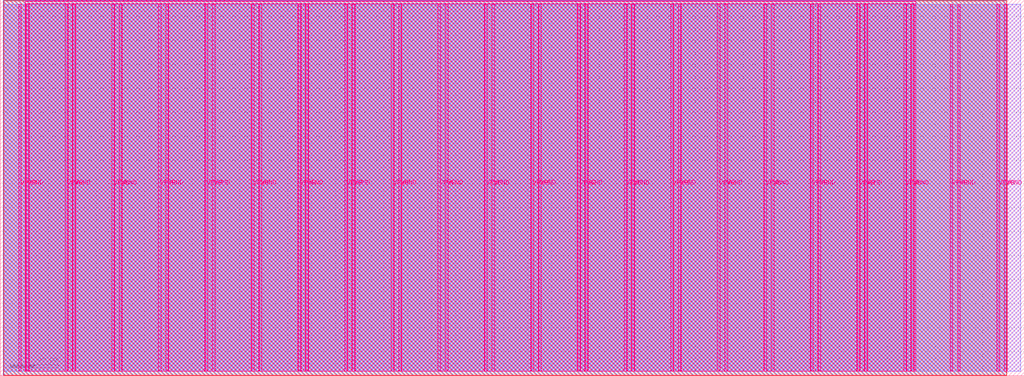
<source format=lef>
VERSION 5.7 ;
  NOWIREEXTENSIONATPIN ON ;
  DIVIDERCHAR "/" ;
  BUSBITCHARS "[]" ;
MACRO tt_um_emmk_riscv
  CLASS BLOCK ;
  FOREIGN tt_um_emmk_riscv ;
  ORIGIN 0.000 0.000 ;
  SIZE 854.400 BY 313.740 ;
  PIN VGND
    DIRECTION INOUT ;
    USE GROUND ;
    PORT
      LAYER Metal5 ;
        RECT 21.580 3.560 23.780 310.180 ;
    END
    PORT
      LAYER Metal5 ;
        RECT 60.450 3.560 62.650 310.180 ;
    END
    PORT
      LAYER Metal5 ;
        RECT 99.320 3.560 101.520 310.180 ;
    END
    PORT
      LAYER Metal5 ;
        RECT 138.190 3.560 140.390 310.180 ;
    END
    PORT
      LAYER Metal5 ;
        RECT 177.060 3.560 179.260 310.180 ;
    END
    PORT
      LAYER Metal5 ;
        RECT 215.930 3.560 218.130 310.180 ;
    END
    PORT
      LAYER Metal5 ;
        RECT 254.800 3.560 257.000 310.180 ;
    END
    PORT
      LAYER Metal5 ;
        RECT 293.670 3.560 295.870 310.180 ;
    END
    PORT
      LAYER Metal5 ;
        RECT 332.540 3.560 334.740 310.180 ;
    END
    PORT
      LAYER Metal5 ;
        RECT 371.410 3.560 373.610 310.180 ;
    END
    PORT
      LAYER Metal5 ;
        RECT 410.280 3.560 412.480 310.180 ;
    END
    PORT
      LAYER Metal5 ;
        RECT 449.150 3.560 451.350 310.180 ;
    END
    PORT
      LAYER Metal5 ;
        RECT 488.020 3.560 490.220 310.180 ;
    END
    PORT
      LAYER Metal5 ;
        RECT 526.890 3.560 529.090 310.180 ;
    END
    PORT
      LAYER Metal5 ;
        RECT 565.760 3.560 567.960 310.180 ;
    END
    PORT
      LAYER Metal5 ;
        RECT 604.630 3.560 606.830 310.180 ;
    END
    PORT
      LAYER Metal5 ;
        RECT 643.500 3.560 645.700 310.180 ;
    END
    PORT
      LAYER Metal5 ;
        RECT 682.370 3.560 684.570 310.180 ;
    END
    PORT
      LAYER Metal5 ;
        RECT 721.240 3.560 723.440 310.180 ;
    END
    PORT
      LAYER Metal5 ;
        RECT 760.110 3.560 762.310 310.180 ;
    END
    PORT
      LAYER Metal5 ;
        RECT 798.980 3.560 801.180 310.180 ;
    END
    PORT
      LAYER Metal5 ;
        RECT 837.850 3.560 840.050 310.180 ;
    END
  END VGND
  PIN VPWR
    DIRECTION INOUT ;
    USE POWER ;
    PORT
      LAYER Metal5 ;
        RECT 15.380 3.560 17.580 310.180 ;
    END
    PORT
      LAYER Metal5 ;
        RECT 54.250 3.560 56.450 310.180 ;
    END
    PORT
      LAYER Metal5 ;
        RECT 93.120 3.560 95.320 310.180 ;
    END
    PORT
      LAYER Metal5 ;
        RECT 131.990 3.560 134.190 310.180 ;
    END
    PORT
      LAYER Metal5 ;
        RECT 170.860 3.560 173.060 310.180 ;
    END
    PORT
      LAYER Metal5 ;
        RECT 209.730 3.560 211.930 310.180 ;
    END
    PORT
      LAYER Metal5 ;
        RECT 248.600 3.560 250.800 310.180 ;
    END
    PORT
      LAYER Metal5 ;
        RECT 287.470 3.560 289.670 310.180 ;
    END
    PORT
      LAYER Metal5 ;
        RECT 326.340 3.560 328.540 310.180 ;
    END
    PORT
      LAYER Metal5 ;
        RECT 365.210 3.560 367.410 310.180 ;
    END
    PORT
      LAYER Metal5 ;
        RECT 404.080 3.560 406.280 310.180 ;
    END
    PORT
      LAYER Metal5 ;
        RECT 442.950 3.560 445.150 310.180 ;
    END
    PORT
      LAYER Metal5 ;
        RECT 481.820 3.560 484.020 310.180 ;
    END
    PORT
      LAYER Metal5 ;
        RECT 520.690 3.560 522.890 310.180 ;
    END
    PORT
      LAYER Metal5 ;
        RECT 559.560 3.560 561.760 310.180 ;
    END
    PORT
      LAYER Metal5 ;
        RECT 598.430 3.560 600.630 310.180 ;
    END
    PORT
      LAYER Metal5 ;
        RECT 637.300 3.560 639.500 310.180 ;
    END
    PORT
      LAYER Metal5 ;
        RECT 676.170 3.560 678.370 310.180 ;
    END
    PORT
      LAYER Metal5 ;
        RECT 715.040 3.560 717.240 310.180 ;
    END
    PORT
      LAYER Metal5 ;
        RECT 753.910 3.560 756.110 310.180 ;
    END
    PORT
      LAYER Metal5 ;
        RECT 792.780 3.560 794.980 310.180 ;
    END
    PORT
      LAYER Metal5 ;
        RECT 831.650 3.560 833.850 310.180 ;
    END
  END VPWR
  PIN clk
    DIRECTION INPUT ;
    USE SIGNAL ;
    ANTENNAGATEAREA 3.863600 ;
    ANTENNADIFFAREA 12.092400 ;
    PORT
      LAYER Metal5 ;
        RECT 187.050 312.740 187.350 313.740 ;
    END
  END clk
  PIN ena
    DIRECTION INPUT ;
    USE SIGNAL ;
    PORT
      LAYER Metal5 ;
        RECT 190.890 312.740 191.190 313.740 ;
    END
  END ena
  PIN rst_n
    DIRECTION INPUT ;
    USE SIGNAL ;
    ANTENNAGATEAREA 0.314600 ;
    PORT
      LAYER Metal5 ;
        RECT 183.210 312.740 183.510 313.740 ;
    END
  END rst_n
  PIN ui_in[0]
    DIRECTION INPUT ;
    USE SIGNAL ;
    ANTENNAGATEAREA 0.213200 ;
    PORT
      LAYER Metal5 ;
        RECT 179.370 312.740 179.670 313.740 ;
    END
  END ui_in[0]
  PIN ui_in[1]
    DIRECTION INPUT ;
    USE SIGNAL ;
    ANTENNAGATEAREA 0.180700 ;
    PORT
      LAYER Metal5 ;
        RECT 175.530 312.740 175.830 313.740 ;
    END
  END ui_in[1]
  PIN ui_in[2]
    DIRECTION INPUT ;
    USE SIGNAL ;
    ANTENNAGATEAREA 0.180700 ;
    PORT
      LAYER Metal5 ;
        RECT 171.690 312.740 171.990 313.740 ;
    END
  END ui_in[2]
  PIN ui_in[3]
    DIRECTION INPUT ;
    USE SIGNAL ;
    ANTENNAGATEAREA 0.213200 ;
    PORT
      LAYER Metal5 ;
        RECT 167.850 312.740 168.150 313.740 ;
    END
  END ui_in[3]
  PIN ui_in[4]
    DIRECTION INPUT ;
    USE SIGNAL ;
    ANTENNAGATEAREA 0.180700 ;
    PORT
      LAYER Metal5 ;
        RECT 164.010 312.740 164.310 313.740 ;
    END
  END ui_in[4]
  PIN ui_in[5]
    DIRECTION INPUT ;
    USE SIGNAL ;
    ANTENNAGATEAREA 0.180700 ;
    PORT
      LAYER Metal5 ;
        RECT 160.170 312.740 160.470 313.740 ;
    END
  END ui_in[5]
  PIN ui_in[6]
    DIRECTION INPUT ;
    USE SIGNAL ;
    ANTENNAGATEAREA 0.180700 ;
    PORT
      LAYER Metal5 ;
        RECT 156.330 312.740 156.630 313.740 ;
    END
  END ui_in[6]
  PIN ui_in[7]
    DIRECTION INPUT ;
    USE SIGNAL ;
    ANTENNAGATEAREA 0.180700 ;
    PORT
      LAYER Metal5 ;
        RECT 152.490 312.740 152.790 313.740 ;
    END
  END ui_in[7]
  PIN uio_in[0]
    DIRECTION INPUT ;
    USE SIGNAL ;
    ANTENNAGATEAREA 0.180700 ;
    PORT
      LAYER Metal5 ;
        RECT 148.650 312.740 148.950 313.740 ;
    END
  END uio_in[0]
  PIN uio_in[1]
    DIRECTION INPUT ;
    USE SIGNAL ;
    ANTENNAGATEAREA 0.180700 ;
    PORT
      LAYER Metal5 ;
        RECT 144.810 312.740 145.110 313.740 ;
    END
  END uio_in[1]
  PIN uio_in[2]
    DIRECTION INPUT ;
    USE SIGNAL ;
    ANTENNAGATEAREA 0.180700 ;
    PORT
      LAYER Metal5 ;
        RECT 140.970 312.740 141.270 313.740 ;
    END
  END uio_in[2]
  PIN uio_in[3]
    DIRECTION INPUT ;
    USE SIGNAL ;
    ANTENNAGATEAREA 0.180700 ;
    PORT
      LAYER Metal5 ;
        RECT 137.130 312.740 137.430 313.740 ;
    END
  END uio_in[3]
  PIN uio_in[4]
    DIRECTION INPUT ;
    USE SIGNAL ;
    ANTENNAGATEAREA 0.180700 ;
    PORT
      LAYER Metal5 ;
        RECT 133.290 312.740 133.590 313.740 ;
    END
  END uio_in[4]
  PIN uio_in[5]
    DIRECTION INPUT ;
    USE SIGNAL ;
    ANTENNAGATEAREA 0.180700 ;
    PORT
      LAYER Metal5 ;
        RECT 129.450 312.740 129.750 313.740 ;
    END
  END uio_in[5]
  PIN uio_in[6]
    DIRECTION INPUT ;
    USE SIGNAL ;
    ANTENNAGATEAREA 0.180700 ;
    PORT
      LAYER Metal5 ;
        RECT 125.610 312.740 125.910 313.740 ;
    END
  END uio_in[6]
  PIN uio_in[7]
    DIRECTION INPUT ;
    USE SIGNAL ;
    ANTENNAGATEAREA 0.180700 ;
    PORT
      LAYER Metal5 ;
        RECT 121.770 312.740 122.070 313.740 ;
    END
  END uio_in[7]
  PIN uio_oe[0]
    DIRECTION OUTPUT ;
    USE SIGNAL ;
    ANTENNAGATEAREA 0.351000 ;
    ANTENNADIFFAREA 0.632400 ;
    PORT
      LAYER Metal5 ;
        RECT 56.490 312.740 56.790 313.740 ;
    END
  END uio_oe[0]
  PIN uio_oe[1]
    DIRECTION OUTPUT ;
    USE SIGNAL ;
    ANTENNAGATEAREA 0.351000 ;
    ANTENNADIFFAREA 0.632400 ;
    PORT
      LAYER Metal5 ;
        RECT 52.650 312.740 52.950 313.740 ;
    END
  END uio_oe[1]
  PIN uio_oe[2]
    DIRECTION OUTPUT ;
    USE SIGNAL ;
    ANTENNAGATEAREA 0.351000 ;
    ANTENNADIFFAREA 0.632400 ;
    PORT
      LAYER Metal5 ;
        RECT 48.810 312.740 49.110 313.740 ;
    END
  END uio_oe[2]
  PIN uio_oe[3]
    DIRECTION OUTPUT ;
    USE SIGNAL ;
    ANTENNAGATEAREA 0.351000 ;
    ANTENNADIFFAREA 0.632400 ;
    PORT
      LAYER Metal5 ;
        RECT 44.970 312.740 45.270 313.740 ;
    END
  END uio_oe[3]
  PIN uio_oe[4]
    DIRECTION OUTPUT ;
    USE SIGNAL ;
    ANTENNAGATEAREA 0.351000 ;
    ANTENNADIFFAREA 0.632400 ;
    PORT
      LAYER Metal5 ;
        RECT 41.130 312.740 41.430 313.740 ;
    END
  END uio_oe[4]
  PIN uio_oe[5]
    DIRECTION OUTPUT ;
    USE SIGNAL ;
    ANTENNAGATEAREA 0.351000 ;
    ANTENNADIFFAREA 0.632400 ;
    PORT
      LAYER Metal5 ;
        RECT 37.290 312.740 37.590 313.740 ;
    END
  END uio_oe[5]
  PIN uio_oe[6]
    DIRECTION OUTPUT ;
    USE SIGNAL ;
    ANTENNAGATEAREA 0.351000 ;
    ANTENNADIFFAREA 0.632400 ;
    PORT
      LAYER Metal5 ;
        RECT 33.450 312.740 33.750 313.740 ;
    END
  END uio_oe[6]
  PIN uio_oe[7]
    DIRECTION OUTPUT ;
    USE SIGNAL ;
    ANTENNAGATEAREA 0.351000 ;
    ANTENNADIFFAREA 0.632400 ;
    PORT
      LAYER Metal5 ;
        RECT 29.610 312.740 29.910 313.740 ;
    END
  END uio_oe[7]
  PIN uio_out[0]
    DIRECTION OUTPUT ;
    USE SIGNAL ;
    ANTENNAGATEAREA 0.351000 ;
    ANTENNADIFFAREA 0.632400 ;
    PORT
      LAYER Metal5 ;
        RECT 87.210 312.740 87.510 313.740 ;
    END
  END uio_out[0]
  PIN uio_out[1]
    DIRECTION OUTPUT ;
    USE SIGNAL ;
    ANTENNAGATEAREA 0.351000 ;
    ANTENNADIFFAREA 0.632400 ;
    PORT
      LAYER Metal5 ;
        RECT 83.370 312.740 83.670 313.740 ;
    END
  END uio_out[1]
  PIN uio_out[2]
    DIRECTION OUTPUT ;
    USE SIGNAL ;
    ANTENNAGATEAREA 0.351000 ;
    ANTENNADIFFAREA 0.632400 ;
    PORT
      LAYER Metal5 ;
        RECT 79.530 312.740 79.830 313.740 ;
    END
  END uio_out[2]
  PIN uio_out[3]
    DIRECTION OUTPUT ;
    USE SIGNAL ;
    ANTENNAGATEAREA 0.351000 ;
    ANTENNADIFFAREA 0.632400 ;
    PORT
      LAYER Metal5 ;
        RECT 75.690 312.740 75.990 313.740 ;
    END
  END uio_out[3]
  PIN uio_out[4]
    DIRECTION OUTPUT ;
    USE SIGNAL ;
    ANTENNAGATEAREA 2.542800 ;
    ANTENNADIFFAREA 8.694000 ;
    PORT
      LAYER Metal5 ;
        RECT 71.850 312.740 72.150 313.740 ;
    END
  END uio_out[4]
  PIN uio_out[5]
    DIRECTION OUTPUT ;
    USE SIGNAL ;
    ANTENNAGATEAREA 0.351000 ;
    ANTENNADIFFAREA 0.632400 ;
    PORT
      LAYER Metal5 ;
        RECT 68.010 312.740 68.310 313.740 ;
    END
  END uio_out[5]
  PIN uio_out[6]
    DIRECTION OUTPUT ;
    USE SIGNAL ;
    ANTENNAGATEAREA 0.351000 ;
    ANTENNADIFFAREA 0.632400 ;
    PORT
      LAYER Metal5 ;
        RECT 64.170 312.740 64.470 313.740 ;
    END
  END uio_out[6]
  PIN uio_out[7]
    DIRECTION OUTPUT ;
    USE SIGNAL ;
    ANTENNAGATEAREA 0.109200 ;
    ANTENNADIFFAREA 0.632400 ;
    PORT
      LAYER Metal5 ;
        RECT 60.330 312.740 60.630 313.740 ;
    END
  END uio_out[7]
  PIN uo_out[0]
    DIRECTION OUTPUT ;
    USE SIGNAL ;
    ANTENNADIFFAREA 0.988000 ;
    PORT
      LAYER Metal5 ;
        RECT 117.930 312.740 118.230 313.740 ;
    END
  END uo_out[0]
  PIN uo_out[1]
    DIRECTION OUTPUT ;
    USE SIGNAL ;
    ANTENNADIFFAREA 0.988000 ;
    PORT
      LAYER Metal5 ;
        RECT 114.090 312.740 114.390 313.740 ;
    END
  END uo_out[1]
  PIN uo_out[2]
    DIRECTION OUTPUT ;
    USE SIGNAL ;
    ANTENNADIFFAREA 0.988000 ;
    PORT
      LAYER Metal5 ;
        RECT 110.250 312.740 110.550 313.740 ;
    END
  END uo_out[2]
  PIN uo_out[3]
    DIRECTION OUTPUT ;
    USE SIGNAL ;
    ANTENNADIFFAREA 0.988000 ;
    PORT
      LAYER Metal5 ;
        RECT 106.410 312.740 106.710 313.740 ;
    END
  END uo_out[3]
  PIN uo_out[4]
    DIRECTION OUTPUT ;
    USE SIGNAL ;
    ANTENNADIFFAREA 0.706800 ;
    PORT
      LAYER Metal5 ;
        RECT 102.570 312.740 102.870 313.740 ;
    END
  END uo_out[4]
  PIN uo_out[5]
    DIRECTION OUTPUT ;
    USE SIGNAL ;
    ANTENNADIFFAREA 0.988000 ;
    PORT
      LAYER Metal5 ;
        RECT 98.730 312.740 99.030 313.740 ;
    END
  END uo_out[5]
  PIN uo_out[6]
    DIRECTION OUTPUT ;
    USE SIGNAL ;
    ANTENNADIFFAREA 0.988000 ;
    PORT
      LAYER Metal5 ;
        RECT 94.890 312.740 95.190 313.740 ;
    END
  END uo_out[6]
  PIN uo_out[7]
    DIRECTION OUTPUT ;
    USE SIGNAL ;
    ANTENNADIFFAREA 0.662000 ;
    PORT
      LAYER Metal5 ;
        RECT 91.050 312.740 91.350 313.740 ;
    END
  END uo_out[7]
  OBS
      LAYER GatPoly ;
        RECT 2.880 3.630 851.520 310.110 ;
      LAYER Metal1 ;
        RECT 2.880 3.560 851.520 310.180 ;
      LAYER Metal2 ;
        RECT 2.605 0.320 839.915 313.420 ;
      LAYER Metal3 ;
        RECT 2.780 0.265 839.870 313.465 ;
      LAYER Metal4 ;
        RECT 2.735 0.320 839.915 313.000 ;
      LAYER Metal5 ;
        RECT 21.020 312.530 29.400 312.740 ;
        RECT 30.120 312.530 33.240 312.740 ;
        RECT 33.960 312.530 37.080 312.740 ;
        RECT 37.800 312.530 40.920 312.740 ;
        RECT 41.640 312.530 44.760 312.740 ;
        RECT 45.480 312.530 48.600 312.740 ;
        RECT 49.320 312.530 52.440 312.740 ;
        RECT 53.160 312.530 56.280 312.740 ;
        RECT 57.000 312.530 60.120 312.740 ;
        RECT 60.840 312.530 63.960 312.740 ;
        RECT 64.680 312.530 67.800 312.740 ;
        RECT 68.520 312.530 71.640 312.740 ;
        RECT 72.360 312.530 75.480 312.740 ;
        RECT 76.200 312.530 79.320 312.740 ;
        RECT 80.040 312.530 83.160 312.740 ;
        RECT 83.880 312.530 87.000 312.740 ;
        RECT 87.720 312.530 90.840 312.740 ;
        RECT 91.560 312.530 94.680 312.740 ;
        RECT 95.400 312.530 98.520 312.740 ;
        RECT 99.240 312.530 102.360 312.740 ;
        RECT 103.080 312.530 106.200 312.740 ;
        RECT 106.920 312.530 110.040 312.740 ;
        RECT 110.760 312.530 113.880 312.740 ;
        RECT 114.600 312.530 117.720 312.740 ;
        RECT 118.440 312.530 121.560 312.740 ;
        RECT 122.280 312.530 125.400 312.740 ;
        RECT 126.120 312.530 129.240 312.740 ;
        RECT 129.960 312.530 133.080 312.740 ;
        RECT 133.800 312.530 136.920 312.740 ;
        RECT 137.640 312.530 140.760 312.740 ;
        RECT 141.480 312.530 144.600 312.740 ;
        RECT 145.320 312.530 148.440 312.740 ;
        RECT 149.160 312.530 152.280 312.740 ;
        RECT 153.000 312.530 156.120 312.740 ;
        RECT 156.840 312.530 159.960 312.740 ;
        RECT 160.680 312.530 163.800 312.740 ;
        RECT 164.520 312.530 167.640 312.740 ;
        RECT 168.360 312.530 171.480 312.740 ;
        RECT 172.200 312.530 175.320 312.740 ;
        RECT 176.040 312.530 179.160 312.740 ;
        RECT 179.880 312.530 183.000 312.740 ;
        RECT 183.720 312.530 186.840 312.740 ;
        RECT 187.560 312.530 190.680 312.740 ;
        RECT 191.400 312.530 763.780 312.740 ;
        RECT 21.020 310.390 763.780 312.530 ;
        RECT 21.020 3.635 21.370 310.390 ;
        RECT 23.990 3.635 54.040 310.390 ;
        RECT 56.660 3.635 60.240 310.390 ;
        RECT 62.860 3.635 92.910 310.390 ;
        RECT 95.530 3.635 99.110 310.390 ;
        RECT 101.730 3.635 131.780 310.390 ;
        RECT 134.400 3.635 137.980 310.390 ;
        RECT 140.600 3.635 170.650 310.390 ;
        RECT 173.270 3.635 176.850 310.390 ;
        RECT 179.470 3.635 209.520 310.390 ;
        RECT 212.140 3.635 215.720 310.390 ;
        RECT 218.340 3.635 248.390 310.390 ;
        RECT 251.010 3.635 254.590 310.390 ;
        RECT 257.210 3.635 287.260 310.390 ;
        RECT 289.880 3.635 293.460 310.390 ;
        RECT 296.080 3.635 326.130 310.390 ;
        RECT 328.750 3.635 332.330 310.390 ;
        RECT 334.950 3.635 365.000 310.390 ;
        RECT 367.620 3.635 371.200 310.390 ;
        RECT 373.820 3.635 403.870 310.390 ;
        RECT 406.490 3.635 410.070 310.390 ;
        RECT 412.690 3.635 442.740 310.390 ;
        RECT 445.360 3.635 448.940 310.390 ;
        RECT 451.560 3.635 481.610 310.390 ;
        RECT 484.230 3.635 487.810 310.390 ;
        RECT 490.430 3.635 520.480 310.390 ;
        RECT 523.100 3.635 526.680 310.390 ;
        RECT 529.300 3.635 559.350 310.390 ;
        RECT 561.970 3.635 565.550 310.390 ;
        RECT 568.170 3.635 598.220 310.390 ;
        RECT 600.840 3.635 604.420 310.390 ;
        RECT 607.040 3.635 637.090 310.390 ;
        RECT 639.710 3.635 643.290 310.390 ;
        RECT 645.910 3.635 675.960 310.390 ;
        RECT 678.580 3.635 682.160 310.390 ;
        RECT 684.780 3.635 714.830 310.390 ;
        RECT 717.450 3.635 721.030 310.390 ;
        RECT 723.650 3.635 753.700 310.390 ;
        RECT 756.320 3.635 759.900 310.390 ;
        RECT 762.520 3.635 763.780 310.390 ;
  END
END tt_um_emmk_riscv
END LIBRARY


</source>
